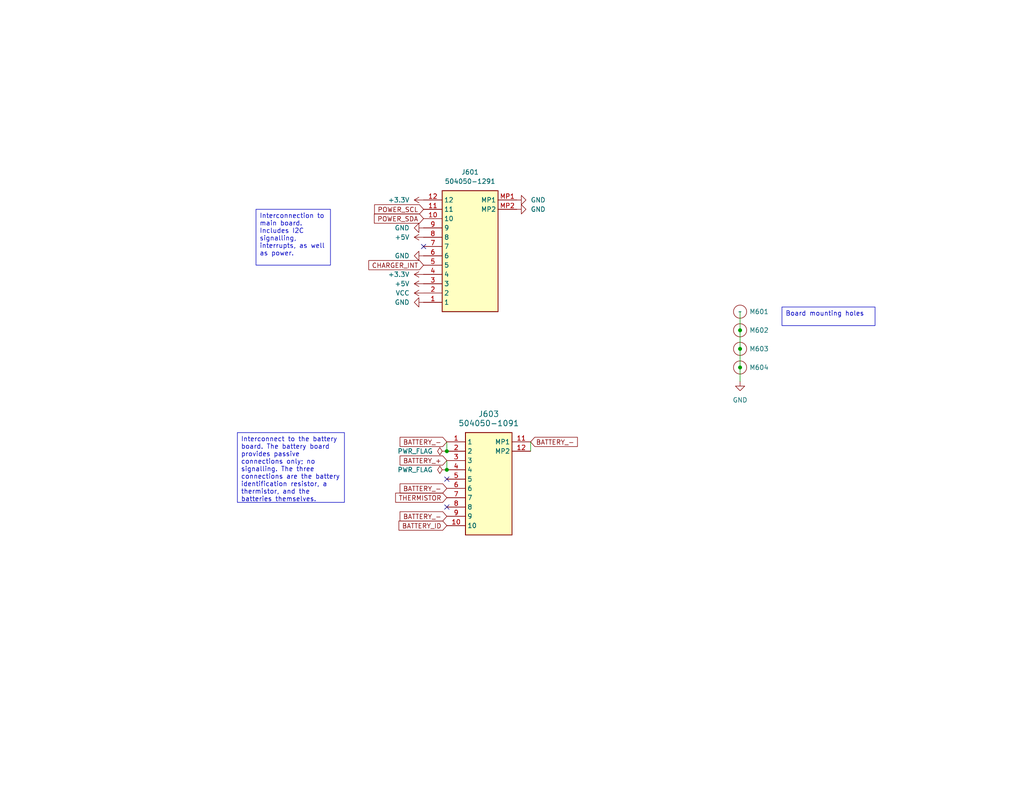
<source format=kicad_sch>
(kicad_sch (version 20230121) (generator eeschema)
  (paper "USLetter")
  (lib_symbols
    (symbol "Molex 504050-1091:504050-1091"
      (property "Reference" "J" (at 5.08 7.62 0))
      (property "Value" "504050-1091" (at 5.08 5.08 0))
      (symbol "504050-1091_1_1"
        (rectangle (start 5.08 2.54) (end 17.78 -25.4) (stroke (width 0.254)) (fill (type background)))
        (pin passive line (at 0 0 0) (length 5.08) (name "1") (number "1"))
        (pin passive line (at 0 -22.86 0) (length 5.08) (name "10") (number "10"))
        (pin passive line (at 22.86 0 180) (length 5.08) (name "MP1") (number "11"))
        (pin passive line (at 22.86 -2.54 180) (length 5.08) (name "MP2") (number "12"))
        (pin passive line (at 0 -2.54 0) (length 5.08) (name "2") (number "2"))
        (pin passive line (at 0 -5.08 0) (length 5.08) (name "3") (number "3"))
        (pin passive line (at 0 -7.62 0) (length 5.08) (name "4") (number "4"))
        (pin passive line (at 0 -10.16 0) (length 5.08) (name "5") (number "5"))
        (pin passive line (at 0 -12.7 0) (length 5.08) (name "6") (number "6"))
        (pin passive line (at 0 -15.24 0) (length 5.08) (name "7") (number "7"))
        (pin passive line (at 0 -17.78 0) (length 5.08) (name "8") (number "8"))
        (pin passive line (at 0 -20.32 0) (length 5.08) (name "9") (number "9"))
      )
    )
    (symbol "Molex 504050-1291:504050-1291"
      (property "Reference" "J" (at 21.59 7.62 0))
      (property "Value" "504050-1291" (at 21.59 5.08 0))
      (symbol "504050-1291_1_1"
        (rectangle (start 5.08 2.54) (end 20.32 -30.48) (stroke (width 0.254)) (fill (type background)))
        (pin passive line (at 0 -27.94 0) (length 5.08) (name "1") (number "1"))
        (pin passive line (at 0 -5.08 0) (length 5.08) (name "10") (number "10"))
        (pin passive line (at 0 -2.54 0) (length 5.08) (name "11") (number "11"))
        (pin passive line (at 0 0 0) (length 5.08) (name "12") (number "12"))
        (pin passive line (at 0 -25.4 0) (length 5.08) (name "2") (number "2"))
        (pin passive line (at 0 -22.86 0) (length 5.08) (name "3") (number "3"))
        (pin passive line (at 0 -20.32 0) (length 5.08) (name "4") (number "4"))
        (pin passive line (at 0 -17.78 0) (length 5.08) (name "5") (number "5"))
        (pin passive line (at 0 -15.24 0) (length 5.08) (name "6") (number "6"))
        (pin passive line (at 0 -12.7 0) (length 5.08) (name "7") (number "7"))
        (pin passive line (at 0 -10.16 0) (length 5.08) (name "8") (number "8"))
        (pin passive line (at 0 -7.62 0) (length 5.08) (name "9") (number "9"))
        (pin passive line (at 25.4 0 180) (length 5.08) (name "MP1") (number "MP1"))
        (pin passive line (at 25.4 -2.54 180) (length 5.08) (name "MP2") (number "MP2"))
      )
    )
    (symbol "mounting:Mounting_Hole_M3_ISO_7380" (in_bom no)
      (property "Reference" "M" (at 0 0 0))
      (symbol "Mounting_Hole_M3_ISO_7380_0_1"
        (circle (center 0 0) (radius 1.7961))
      )
      (symbol "Mounting_Hole_M3_ISO_7380_1_1"
        (pin passive line (at 0 0 0) (length 2.54) hide (name "Hole") (number "1"))
      )
    )
    (symbol "power:+3.3V" (power) (pin_names (offset 0))
      (property "Value" "+3.3V" (at 0 3.556 0))
      (symbol "+3.3V_0_1"
        (polyline (pts (xy -0.762 1.27) (xy 0 2.54)))
        (polyline (pts (xy 0 0) (xy 0 2.54)))
        (polyline (pts (xy 0 2.54) (xy 0.762 1.27)))
      )
      (symbol "+3.3V_1_1"
        (pin power_in line (at 0 0 90) (length 0) hide (name "+3.3V") (number "1"))
      )
    )
    (symbol "power:+5V" (power) (pin_names (offset 0))
      (property "Value" "+5V" (at 0 3.556 0))
      (symbol "+5V_0_1"
        (polyline (pts (xy -0.762 1.27) (xy 0 2.54)))
        (polyline (pts (xy 0 0) (xy 0 2.54)))
        (polyline (pts (xy 0 2.54) (xy 0.762 1.27)))
      )
      (symbol "+5V_1_1"
        (pin power_in line (at 0 0 90) (length 0) hide (name "+5V") (number "1"))
      )
    )
    (symbol "power:GND" (power) (pin_names (offset 0))
      (property "Value" "GND" (at 0 -3.81 0))
      (symbol "GND_0_1"
        (polyline (pts (xy 0 0) (xy 0 -1.27) (xy 1.27 -1.27) (xy 0 -2.54) (xy -1.27 -1.27) (xy 0 -1.27)))
      )
      (symbol "GND_1_1"
        (pin power_in line (at 0 0 270) (length 0) hide (name "GND") (number "1"))
      )
    )
    (symbol "power:PWR_FLAG" (power) (pin_numbers hide) (pin_names (offset 0) hide)
      (property "Value" "PWR_FLAG" (at 0 3.81 0))
      (symbol "PWR_FLAG_0_0"
        (pin power_out line (at 0 0 90) (length 0) (name "pwr") (number "1"))
      )
      (symbol "PWR_FLAG_0_1"
        (polyline (pts (xy 0 0) (xy 0 1.27) (xy -1.016 1.905) (xy 0 2.54) (xy 1.016 1.905) (xy 0 1.27)))
      )
    )
    (symbol "power:VCC" (power) (pin_names (offset 0))
      (property "Value" "VCC" (at 0 3.81 0))
      (symbol "VCC_0_1"
        (polyline (pts (xy -0.762 1.27) (xy 0 2.54)))
        (polyline (pts (xy 0 0) (xy 0 2.54)))
        (polyline (pts (xy 0 2.54) (xy 0.762 1.27)))
      )
      (symbol "VCC_1_1"
        (pin power_in line (at 0 0 90) (length 0) hide (name "VCC") (number "1"))
      )
    )
  )
  (junction (at 201.93 90.17))
  (junction (at 201.93 100.33))
  (junction (at 121.92 123.19))
  (junction (at 201.93 95.25))
  (junction (at 121.92 128.27))
  (no_connect (at 115.57 67.31))
  (no_connect (at 121.92 138.43))
  (no_connect (at 121.92 130.81))
  (wire (pts (xy 144.78 120.65) (xy 144.78 123.19)))
  (wire (pts (xy 201.93 95.25) (xy 201.93 100.33)))
  (wire (pts (xy 121.92 120.65) (xy 121.92 123.19)))
  (wire (pts (xy 121.92 125.73) (xy 121.92 128.27)))
  (wire (pts (xy 201.93 85.09) (xy 201.93 90.17)))
  (wire (pts (xy 201.93 90.17) (xy 201.93 95.25)))
  (wire (pts (xy 201.93 100.33) (xy 201.93 104.14)))
  (text_box "Interconnection to main board. Includes I2C signalling, interrupts, as well as power." (at 69.85 57.15 0) (size 20.32 15.24) (effects (font (size 1.27 1.27)) (justify left top)))
  (text_box "Interconnect to the battery board. The battery board provides passive connections only; no signalling. The three connections are the battery identification resistor, a thermistor, and the batteries themselves." (at 64.77 118.11 0) (size 29.21 19.05) (effects (font (size 1.27 1.27)) (justify left top)))
  (text_box "Board mounting holes" (at 213.36 83.82 0) (size 25.4 5.08) (effects (font (size 1.27 1.27)) (justify left top)))
  (global_label "BATTERY_-" (shape input) (at 144.78 120.65 0) (property "Intersheetrefs" "${INTERSHEET_REFS}" (at 158.1066 120.65 0) (effects (justify left))))
  (global_label "BATTERY_-" (shape input) (at 121.92 120.65 180) (property "Intersheetrefs" "${INTERSHEET_REFS}" (at 108.5934 120.65 0) (effects (justify right))))
  (global_label "THERMISTOR" (shape input) (at 121.92 135.89 180) (property "Intersheetrefs" "${INTERSHEET_REFS}" (at 107.3839 135.89 0) (effects (justify right))))
  (global_label "BATTERY_-" (shape input) (at 121.92 140.97 180) (property "Intersheetrefs" "${INTERSHEET_REFS}" (at 108.5934 140.97 0) (effects (justify right))))
  (global_label "POWER_SDA" (shape input) (at 115.57 59.69 180) (property "Intersheetrefs" "${INTERSHEET_REFS}" (at 101.5782 59.69 0) (effects (justify right))))
  (global_label "BATTERY_ID" (shape input) (at 121.92 143.51 180) (property "Intersheetrefs" "${INTERSHEET_REFS}" (at 108.291 143.51 0) (effects (justify right))))
  (global_label "BATTERY_-" (shape input) (at 121.92 133.35 180) (property "Intersheetrefs" "${INTERSHEET_REFS}" (at 108.5934 133.35 0) (effects (justify right))))
  (global_label "POWER_SCL" (shape input) (at 115.57 57.15 180) (property "Intersheetrefs" "${INTERSHEET_REFS}" (at 101.6387 57.15 0) (effects (justify right))))
  (global_label "BATTERY_+" (shape input) (at 121.92 125.73 180) (property "Intersheetrefs" "${INTERSHEET_REFS}" (at 108.5934 125.73 0) (effects (justify right))))
  (global_label "CHARGER_INT" (shape input) (at 115.57 72.39 180) (property "Intersheetrefs" "${INTERSHEET_REFS}" (at 100.0662 72.39 0) (effects (justify right))))
  (symbol (lib_id "Molex 504050-1291:504050-1291") (at 115.57 54.61 0) (unit 1)
    (property "Reference" "J601" (at 128.27 46.99 0))
    (property "Value" "504050-1291" (at 128.27 49.53 0))
    (property "Footprint" "5040501291" (effects hide))
    (property "Height" "2.15" (effects hide))
    (property "Manufacturer_Name" "Molex" (effects hide))
    (property "Manufacturer_Part_Number" "504050-1291" (effects hide))
    (property "Mouser Part Number" "538-504050-1291" (effects hide))
    (property "Mouser Price/Stock" "https://www.mouser.co.uk/ProductDetail/Molex/504050-1291?qs=IvkZ4pJZlB2rki3iIhyJgg%3D%3D" (effects hide))
    (property "MPN" "C563982" (effects hide))
    (property "Manufacturer" "MOLEX" (effects hide))
    (property "Manufacturer Part Number" "504050-1291" (effects hide))
    (property "Active" "Y" (effects hide))
  )
  (symbol (lib_id "power:GND") (at 140.97 54.61 90) (unit 1)
    (property "Reference" "#PWR0615" (effects hide))
    (property "Value" "GND" (at 144.78 54.61 90) (effects (justify right)))
  )
  (symbol (lib_id "power:GND") (at 140.97 57.15 90) (unit 1)
    (property "Reference" "#PWR0616" (effects hide))
    (property "Value" "GND" (at 144.78 57.15 90) (effects (justify right)))
  )
  (symbol (lib_id "power:GND") (at 115.57 62.23 270) (unit 1)
    (property "Reference" "#PWR0602" (effects hide))
    (property "Value" "GND" (at 111.76 62.23 90) (effects (justify right)))
  )
  (symbol (lib_id "power:+5V") (at 115.57 77.47 90) (unit 1)
    (property "Reference" "#PWR0606" (effects hide))
    (property "Value" "+5V" (at 111.76 77.47 90) (effects (justify left)))
  )
  (symbol (lib_id "mounting:Mounting_Hole_M3_ISO_7380") (at 201.93 100.33 0) (unit 1) (in_bom no)
    (property "Reference" "M604" (at 204.47 100.33 0) (effects (justify left)))
    (property "Value" "~" (at 201.93 100.33 0))
    (property "Footprint" "MountingHole:MountingHole_3.2mm_M3_ISO7380_Pad_TopBottom" (effects hide))
  )
  (symbol (lib_id "power:VCC") (at 115.57 80.01 90) (unit 1)
    (property "Reference" "#PWR0607" (effects hide))
    (property "Value" "VCC" (at 111.76 80.01 90) (effects (justify left)))
  )
  (symbol (lib_id "power:GND") (at 115.57 69.85 270) (unit 1)
    (property "Reference" "#PWR0604" (effects hide))
    (property "Value" "GND" (at 111.76 69.85 90) (effects (justify right)))
  )
  (symbol (lib_id "power:GND") (at 115.57 82.55 270) (unit 1)
    (property "Reference" "#PWR0608" (effects hide))
    (property "Value" "GND" (at 111.76 82.55 90) (effects (justify right)))
  )
  (symbol (lib_id "power:+5V") (at 115.57 64.77 90) (unit 1)
    (property "Reference" "#PWR0603" (effects hide))
    (property "Value" "+5V" (at 111.76 64.77 90) (effects (justify left)))
  )
  (symbol (lib_id "mounting:Mounting_Hole_M3_ISO_7380") (at 201.93 90.17 0) (unit 1) (in_bom no)
    (property "Reference" "M602" (at 204.47 90.17 0) (effects (justify left)))
    (property "Value" "~" (at 201.93 90.17 0))
    (property "Footprint" "MountingHole:MountingHole_3.2mm_M3_ISO7380_Pad_TopBottom" (effects hide))
  )
  (symbol (lib_id "power:PWR_FLAG") (at 121.92 123.19 90) (unit 1)
    (property "Reference" "#FLG0601" (effects hide))
    (property "Value" "PWR_FLAG" (at 118.11 123.19 90) (effects (justify left)))
  )
  (symbol (lib_id "power:PWR_FLAG") (at 121.92 128.27 90) (unit 1)
    (property "Reference" "#FLG0602" (effects hide))
    (property "Value" "PWR_FLAG" (at 118.11 128.27 90) (effects (justify left)))
  )
  (symbol (lib_id "power:GND") (at 201.93 104.14 0) (unit 1)
    (property "Reference" "#PWR0609" (effects hide))
    (property "Value" "GND" (at 201.93 109.22 0))
  )
  (symbol (lib_id "Molex 504050-1091:504050-1091") (at 121.92 120.65 0) (unit 1)
    (property "Reference" "J603" (at 133.35 113.03 0) (effects (font (size 1.524 1.524))))
    (property "Value" "504050-1091" (at 133.35 115.57 0) (effects (font (size 1.524 1.524))))
    (property "Footprint" "504050-1091" (effects hide))
    (property "Datasheet" "https://datasheet.datasheetarchive.com/originals/distributors/Datasheets_SAMA/78973205e9f4d17ddd54ea229574413e.pdf" (effects hide))
    (property "MPN" "C5375652" (effects hide))
    (property "Manufacturer" "MOLEX" (effects hide))
    (property "Manufacturer Part Number" "504050-1091" (effects hide))
    (property "Manufacturer_Name" "Molex" (effects hide))
    (property "Manufacturer_Part_Number" "504050-1091" (effects hide))
    (property "Mouser Part Number" "538-504050-1091" (effects hide))
    (property "Mouser Price/Stock" "https://www.mouser.co.uk/ProductDetail/Molex/504050-1091?qs=bvCPb%252BE7ys3Pdh2ki4M4Kw%3D%3D" (effects hide))
    (property "Active" "Y" (effects hide))
  )
  (symbol (lib_id "power:+3.3V") (at 115.57 74.93 90) (unit 1)
    (property "Reference" "#PWR0605" (effects hide))
    (property "Value" "+3.3V" (at 111.76 74.93 90) (effects (justify left)))
  )
  (symbol (lib_id "power:+3.3V") (at 115.57 54.61 90) (unit 1)
    (property "Reference" "#PWR0601" (effects hide))
    (property "Value" "+3.3V" (at 111.76 54.61 90) (effects (justify left)))
  )
  (symbol (lib_id "mounting:Mounting_Hole_M3_ISO_7380") (at 201.93 95.25 0) (unit 1) (in_bom no)
    (property "Reference" "M603" (at 204.47 95.25 0) (effects (justify left)))
    (property "Value" "~" (at 201.93 95.25 0))
    (property "Footprint" "MountingHole:MountingHole_3.2mm_M3_ISO7380_Pad_TopBottom" (effects hide))
  )
  (symbol (lib_id "mounting:Mounting_Hole_M3_ISO_7380") (at 201.93 85.09 0) (unit 1) (in_bom no)
    (property "Reference" "M601" (at 204.47 85.09 0) (effects (justify left)))
    (property "Value" "~" (at 201.93 85.09 0))
    (property "Footprint" "MountingHole:MountingHole_3.2mm_M3_ISO7380_Pad_TopBottom" (effects hide))
  )
)
</source>
